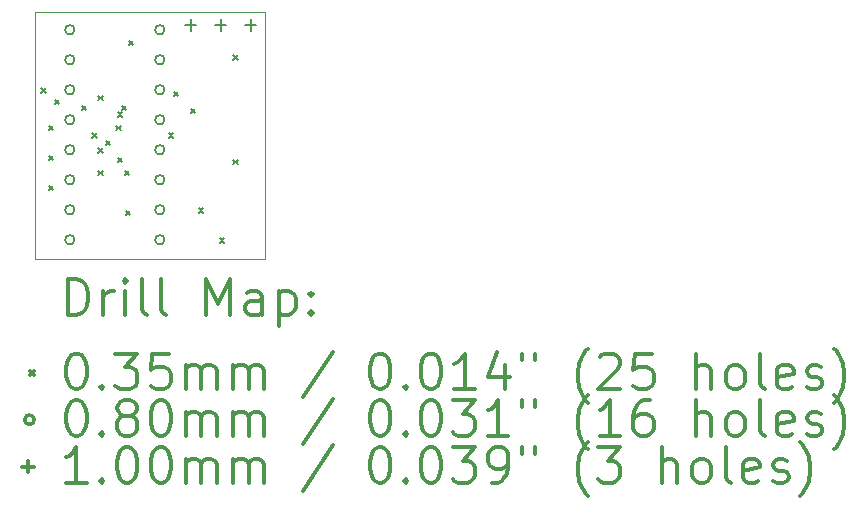
<source format=gbr>
%FSLAX45Y45*%
G04 Gerber Fmt 4.5, Leading zero omitted, Abs format (unit mm)*
G04 Created by KiCad (PCBNEW (5.1.5)-3) date 2020-06-21 14:40:13*
%MOMM*%
%LPD*%
G04 APERTURE LIST*
%TA.AperFunction,Profile*%
%ADD10C,0.050000*%
%TD*%
%ADD11C,0.200000*%
%ADD12C,0.300000*%
G04 APERTURE END LIST*
D10*
X9779000Y-8039100D02*
X9779000Y-8013700D01*
X7829550Y-8039100D02*
X9779000Y-8039100D01*
X7829550Y-8039100D02*
X7829550Y-5943600D01*
X9779000Y-5943600D02*
X9779000Y-8013700D01*
X7829550Y-5943600D02*
X9779000Y-5943600D01*
D11*
X7888250Y-6592850D02*
X7923250Y-6627850D01*
X7923250Y-6592850D02*
X7888250Y-6627850D01*
X7951750Y-6910350D02*
X7986750Y-6945350D01*
X7986750Y-6910350D02*
X7951750Y-6945350D01*
X7951750Y-7164350D02*
X7986750Y-7199350D01*
X7986750Y-7164350D02*
X7951750Y-7199350D01*
X7951750Y-7418350D02*
X7986750Y-7453350D01*
X7986750Y-7418350D02*
X7951750Y-7453350D01*
X8002550Y-6688100D02*
X8037550Y-6723100D01*
X8037550Y-6688100D02*
X8002550Y-6723100D01*
X8231150Y-6738900D02*
X8266150Y-6773900D01*
X8266150Y-6738900D02*
X8231150Y-6773900D01*
X8320050Y-6973850D02*
X8355050Y-7008850D01*
X8355050Y-6973850D02*
X8320050Y-7008850D01*
X8370850Y-6656350D02*
X8405850Y-6691350D01*
X8405850Y-6656350D02*
X8370850Y-6691350D01*
X8370850Y-7100850D02*
X8405850Y-7135850D01*
X8405850Y-7100850D02*
X8370850Y-7135850D01*
X8370850Y-7291350D02*
X8405850Y-7326350D01*
X8405850Y-7291350D02*
X8370850Y-7326350D01*
X8434350Y-7037350D02*
X8469350Y-7072350D01*
X8469350Y-7037350D02*
X8434350Y-7072350D01*
X8523250Y-6910350D02*
X8558250Y-6945350D01*
X8558250Y-6910350D02*
X8523250Y-6945350D01*
X8535950Y-6796050D02*
X8570950Y-6831050D01*
X8570950Y-6796050D02*
X8535950Y-6831050D01*
X8535950Y-7183400D02*
X8570950Y-7218400D01*
X8570950Y-7183400D02*
X8535950Y-7218400D01*
X8567700Y-6738900D02*
X8602700Y-6773900D01*
X8602700Y-6738900D02*
X8567700Y-6773900D01*
X8593100Y-7291350D02*
X8628100Y-7326350D01*
X8628100Y-7291350D02*
X8593100Y-7326350D01*
X8605800Y-7627900D02*
X8640800Y-7662900D01*
X8640800Y-7627900D02*
X8605800Y-7662900D01*
X8631200Y-6192800D02*
X8666200Y-6227800D01*
X8666200Y-6192800D02*
X8631200Y-6227800D01*
X8967750Y-6973850D02*
X9002750Y-7008850D01*
X9002750Y-6973850D02*
X8967750Y-7008850D01*
X9012200Y-6624600D02*
X9047200Y-6659600D01*
X9047200Y-6624600D02*
X9012200Y-6659600D01*
X9155075Y-6767475D02*
X9190075Y-6802475D01*
X9190075Y-6767475D02*
X9155075Y-6802475D01*
X9221750Y-7608850D02*
X9256750Y-7643850D01*
X9256750Y-7608850D02*
X9221750Y-7643850D01*
X9399550Y-7862850D02*
X9434550Y-7897850D01*
X9434550Y-7862850D02*
X9399550Y-7897850D01*
X9513850Y-6313450D02*
X9548850Y-6348450D01*
X9548850Y-6313450D02*
X9513850Y-6348450D01*
X9513850Y-7196100D02*
X9548850Y-7231100D01*
X9548850Y-7196100D02*
X9513850Y-7231100D01*
X8168000Y-6096000D02*
G75*
G03X8168000Y-6096000I-40000J0D01*
G01*
X8168000Y-6350000D02*
G75*
G03X8168000Y-6350000I-40000J0D01*
G01*
X8168000Y-6604000D02*
G75*
G03X8168000Y-6604000I-40000J0D01*
G01*
X8168000Y-6858000D02*
G75*
G03X8168000Y-6858000I-40000J0D01*
G01*
X8168000Y-7112000D02*
G75*
G03X8168000Y-7112000I-40000J0D01*
G01*
X8168000Y-7366000D02*
G75*
G03X8168000Y-7366000I-40000J0D01*
G01*
X8168000Y-7620000D02*
G75*
G03X8168000Y-7620000I-40000J0D01*
G01*
X8168000Y-7874000D02*
G75*
G03X8168000Y-7874000I-40000J0D01*
G01*
X8930000Y-6096000D02*
G75*
G03X8930000Y-6096000I-40000J0D01*
G01*
X8930000Y-6350000D02*
G75*
G03X8930000Y-6350000I-40000J0D01*
G01*
X8930000Y-6604000D02*
G75*
G03X8930000Y-6604000I-40000J0D01*
G01*
X8930000Y-6858000D02*
G75*
G03X8930000Y-6858000I-40000J0D01*
G01*
X8930000Y-7112000D02*
G75*
G03X8930000Y-7112000I-40000J0D01*
G01*
X8930000Y-7366000D02*
G75*
G03X8930000Y-7366000I-40000J0D01*
G01*
X8930000Y-7620000D02*
G75*
G03X8930000Y-7620000I-40000J0D01*
G01*
X8930000Y-7874000D02*
G75*
G03X8930000Y-7874000I-40000J0D01*
G01*
X9150350Y-6007900D02*
X9150350Y-6107900D01*
X9100350Y-6057900D02*
X9200350Y-6057900D01*
X9404350Y-6007900D02*
X9404350Y-6107900D01*
X9354350Y-6057900D02*
X9454350Y-6057900D01*
X9658350Y-6007900D02*
X9658350Y-6107900D01*
X9608350Y-6057900D02*
X9708350Y-6057900D01*
D12*
X8113478Y-8507314D02*
X8113478Y-8207314D01*
X8184907Y-8207314D01*
X8227764Y-8221600D01*
X8256336Y-8250171D01*
X8270621Y-8278743D01*
X8284907Y-8335886D01*
X8284907Y-8378743D01*
X8270621Y-8435886D01*
X8256336Y-8464457D01*
X8227764Y-8493029D01*
X8184907Y-8507314D01*
X8113478Y-8507314D01*
X8413478Y-8507314D02*
X8413478Y-8307314D01*
X8413478Y-8364457D02*
X8427764Y-8335886D01*
X8442050Y-8321600D01*
X8470621Y-8307314D01*
X8499193Y-8307314D01*
X8599193Y-8507314D02*
X8599193Y-8307314D01*
X8599193Y-8207314D02*
X8584907Y-8221600D01*
X8599193Y-8235886D01*
X8613478Y-8221600D01*
X8599193Y-8207314D01*
X8599193Y-8235886D01*
X8784907Y-8507314D02*
X8756336Y-8493029D01*
X8742050Y-8464457D01*
X8742050Y-8207314D01*
X8942050Y-8507314D02*
X8913478Y-8493029D01*
X8899193Y-8464457D01*
X8899193Y-8207314D01*
X9284907Y-8507314D02*
X9284907Y-8207314D01*
X9384907Y-8421600D01*
X9484907Y-8207314D01*
X9484907Y-8507314D01*
X9756336Y-8507314D02*
X9756336Y-8350171D01*
X9742050Y-8321600D01*
X9713478Y-8307314D01*
X9656336Y-8307314D01*
X9627764Y-8321600D01*
X9756336Y-8493029D02*
X9727764Y-8507314D01*
X9656336Y-8507314D01*
X9627764Y-8493029D01*
X9613478Y-8464457D01*
X9613478Y-8435886D01*
X9627764Y-8407314D01*
X9656336Y-8393029D01*
X9727764Y-8393029D01*
X9756336Y-8378743D01*
X9899193Y-8307314D02*
X9899193Y-8607314D01*
X9899193Y-8321600D02*
X9927764Y-8307314D01*
X9984907Y-8307314D01*
X10013478Y-8321600D01*
X10027764Y-8335886D01*
X10042050Y-8364457D01*
X10042050Y-8450172D01*
X10027764Y-8478743D01*
X10013478Y-8493029D01*
X9984907Y-8507314D01*
X9927764Y-8507314D01*
X9899193Y-8493029D01*
X10170621Y-8478743D02*
X10184907Y-8493029D01*
X10170621Y-8507314D01*
X10156336Y-8493029D01*
X10170621Y-8478743D01*
X10170621Y-8507314D01*
X10170621Y-8321600D02*
X10184907Y-8335886D01*
X10170621Y-8350171D01*
X10156336Y-8335886D01*
X10170621Y-8321600D01*
X10170621Y-8350171D01*
X7792050Y-8984100D02*
X7827050Y-9019100D01*
X7827050Y-8984100D02*
X7792050Y-9019100D01*
X8170621Y-8837314D02*
X8199193Y-8837314D01*
X8227764Y-8851600D01*
X8242050Y-8865886D01*
X8256336Y-8894457D01*
X8270621Y-8951600D01*
X8270621Y-9023029D01*
X8256336Y-9080172D01*
X8242050Y-9108743D01*
X8227764Y-9123029D01*
X8199193Y-9137314D01*
X8170621Y-9137314D01*
X8142050Y-9123029D01*
X8127764Y-9108743D01*
X8113478Y-9080172D01*
X8099193Y-9023029D01*
X8099193Y-8951600D01*
X8113478Y-8894457D01*
X8127764Y-8865886D01*
X8142050Y-8851600D01*
X8170621Y-8837314D01*
X8399193Y-9108743D02*
X8413478Y-9123029D01*
X8399193Y-9137314D01*
X8384907Y-9123029D01*
X8399193Y-9108743D01*
X8399193Y-9137314D01*
X8513478Y-8837314D02*
X8699193Y-8837314D01*
X8599193Y-8951600D01*
X8642050Y-8951600D01*
X8670621Y-8965886D01*
X8684907Y-8980172D01*
X8699193Y-9008743D01*
X8699193Y-9080172D01*
X8684907Y-9108743D01*
X8670621Y-9123029D01*
X8642050Y-9137314D01*
X8556336Y-9137314D01*
X8527764Y-9123029D01*
X8513478Y-9108743D01*
X8970621Y-8837314D02*
X8827764Y-8837314D01*
X8813478Y-8980172D01*
X8827764Y-8965886D01*
X8856336Y-8951600D01*
X8927764Y-8951600D01*
X8956336Y-8965886D01*
X8970621Y-8980172D01*
X8984907Y-9008743D01*
X8984907Y-9080172D01*
X8970621Y-9108743D01*
X8956336Y-9123029D01*
X8927764Y-9137314D01*
X8856336Y-9137314D01*
X8827764Y-9123029D01*
X8813478Y-9108743D01*
X9113478Y-9137314D02*
X9113478Y-8937314D01*
X9113478Y-8965886D02*
X9127764Y-8951600D01*
X9156336Y-8937314D01*
X9199193Y-8937314D01*
X9227764Y-8951600D01*
X9242050Y-8980172D01*
X9242050Y-9137314D01*
X9242050Y-8980172D02*
X9256336Y-8951600D01*
X9284907Y-8937314D01*
X9327764Y-8937314D01*
X9356336Y-8951600D01*
X9370621Y-8980172D01*
X9370621Y-9137314D01*
X9513478Y-9137314D02*
X9513478Y-8937314D01*
X9513478Y-8965886D02*
X9527764Y-8951600D01*
X9556336Y-8937314D01*
X9599193Y-8937314D01*
X9627764Y-8951600D01*
X9642050Y-8980172D01*
X9642050Y-9137314D01*
X9642050Y-8980172D02*
X9656336Y-8951600D01*
X9684907Y-8937314D01*
X9727764Y-8937314D01*
X9756336Y-8951600D01*
X9770621Y-8980172D01*
X9770621Y-9137314D01*
X10356336Y-8823029D02*
X10099193Y-9208743D01*
X10742050Y-8837314D02*
X10770621Y-8837314D01*
X10799193Y-8851600D01*
X10813478Y-8865886D01*
X10827764Y-8894457D01*
X10842050Y-8951600D01*
X10842050Y-9023029D01*
X10827764Y-9080172D01*
X10813478Y-9108743D01*
X10799193Y-9123029D01*
X10770621Y-9137314D01*
X10742050Y-9137314D01*
X10713478Y-9123029D01*
X10699193Y-9108743D01*
X10684907Y-9080172D01*
X10670621Y-9023029D01*
X10670621Y-8951600D01*
X10684907Y-8894457D01*
X10699193Y-8865886D01*
X10713478Y-8851600D01*
X10742050Y-8837314D01*
X10970621Y-9108743D02*
X10984907Y-9123029D01*
X10970621Y-9137314D01*
X10956336Y-9123029D01*
X10970621Y-9108743D01*
X10970621Y-9137314D01*
X11170621Y-8837314D02*
X11199193Y-8837314D01*
X11227764Y-8851600D01*
X11242050Y-8865886D01*
X11256336Y-8894457D01*
X11270621Y-8951600D01*
X11270621Y-9023029D01*
X11256336Y-9080172D01*
X11242050Y-9108743D01*
X11227764Y-9123029D01*
X11199193Y-9137314D01*
X11170621Y-9137314D01*
X11142050Y-9123029D01*
X11127764Y-9108743D01*
X11113478Y-9080172D01*
X11099193Y-9023029D01*
X11099193Y-8951600D01*
X11113478Y-8894457D01*
X11127764Y-8865886D01*
X11142050Y-8851600D01*
X11170621Y-8837314D01*
X11556336Y-9137314D02*
X11384907Y-9137314D01*
X11470621Y-9137314D02*
X11470621Y-8837314D01*
X11442050Y-8880172D01*
X11413478Y-8908743D01*
X11384907Y-8923029D01*
X11813478Y-8937314D02*
X11813478Y-9137314D01*
X11742050Y-8823029D02*
X11670621Y-9037314D01*
X11856336Y-9037314D01*
X11956336Y-8837314D02*
X11956336Y-8894457D01*
X12070621Y-8837314D02*
X12070621Y-8894457D01*
X12513478Y-9251600D02*
X12499193Y-9237314D01*
X12470621Y-9194457D01*
X12456336Y-9165886D01*
X12442050Y-9123029D01*
X12427764Y-9051600D01*
X12427764Y-8994457D01*
X12442050Y-8923029D01*
X12456336Y-8880172D01*
X12470621Y-8851600D01*
X12499193Y-8808743D01*
X12513478Y-8794457D01*
X12613478Y-8865886D02*
X12627764Y-8851600D01*
X12656336Y-8837314D01*
X12727764Y-8837314D01*
X12756336Y-8851600D01*
X12770621Y-8865886D01*
X12784907Y-8894457D01*
X12784907Y-8923029D01*
X12770621Y-8965886D01*
X12599193Y-9137314D01*
X12784907Y-9137314D01*
X13056336Y-8837314D02*
X12913478Y-8837314D01*
X12899193Y-8980172D01*
X12913478Y-8965886D01*
X12942050Y-8951600D01*
X13013478Y-8951600D01*
X13042050Y-8965886D01*
X13056336Y-8980172D01*
X13070621Y-9008743D01*
X13070621Y-9080172D01*
X13056336Y-9108743D01*
X13042050Y-9123029D01*
X13013478Y-9137314D01*
X12942050Y-9137314D01*
X12913478Y-9123029D01*
X12899193Y-9108743D01*
X13427764Y-9137314D02*
X13427764Y-8837314D01*
X13556336Y-9137314D02*
X13556336Y-8980172D01*
X13542050Y-8951600D01*
X13513478Y-8937314D01*
X13470621Y-8937314D01*
X13442050Y-8951600D01*
X13427764Y-8965886D01*
X13742050Y-9137314D02*
X13713478Y-9123029D01*
X13699193Y-9108743D01*
X13684907Y-9080172D01*
X13684907Y-8994457D01*
X13699193Y-8965886D01*
X13713478Y-8951600D01*
X13742050Y-8937314D01*
X13784907Y-8937314D01*
X13813478Y-8951600D01*
X13827764Y-8965886D01*
X13842050Y-8994457D01*
X13842050Y-9080172D01*
X13827764Y-9108743D01*
X13813478Y-9123029D01*
X13784907Y-9137314D01*
X13742050Y-9137314D01*
X14013478Y-9137314D02*
X13984907Y-9123029D01*
X13970621Y-9094457D01*
X13970621Y-8837314D01*
X14242050Y-9123029D02*
X14213478Y-9137314D01*
X14156336Y-9137314D01*
X14127764Y-9123029D01*
X14113478Y-9094457D01*
X14113478Y-8980172D01*
X14127764Y-8951600D01*
X14156336Y-8937314D01*
X14213478Y-8937314D01*
X14242050Y-8951600D01*
X14256336Y-8980172D01*
X14256336Y-9008743D01*
X14113478Y-9037314D01*
X14370621Y-9123029D02*
X14399193Y-9137314D01*
X14456336Y-9137314D01*
X14484907Y-9123029D01*
X14499193Y-9094457D01*
X14499193Y-9080172D01*
X14484907Y-9051600D01*
X14456336Y-9037314D01*
X14413478Y-9037314D01*
X14384907Y-9023029D01*
X14370621Y-8994457D01*
X14370621Y-8980172D01*
X14384907Y-8951600D01*
X14413478Y-8937314D01*
X14456336Y-8937314D01*
X14484907Y-8951600D01*
X14599193Y-9251600D02*
X14613478Y-9237314D01*
X14642050Y-9194457D01*
X14656336Y-9165886D01*
X14670621Y-9123029D01*
X14684907Y-9051600D01*
X14684907Y-8994457D01*
X14670621Y-8923029D01*
X14656336Y-8880172D01*
X14642050Y-8851600D01*
X14613478Y-8808743D01*
X14599193Y-8794457D01*
X7827050Y-9397600D02*
G75*
G03X7827050Y-9397600I-40000J0D01*
G01*
X8170621Y-9233314D02*
X8199193Y-9233314D01*
X8227764Y-9247600D01*
X8242050Y-9261886D01*
X8256336Y-9290457D01*
X8270621Y-9347600D01*
X8270621Y-9419029D01*
X8256336Y-9476172D01*
X8242050Y-9504743D01*
X8227764Y-9519029D01*
X8199193Y-9533314D01*
X8170621Y-9533314D01*
X8142050Y-9519029D01*
X8127764Y-9504743D01*
X8113478Y-9476172D01*
X8099193Y-9419029D01*
X8099193Y-9347600D01*
X8113478Y-9290457D01*
X8127764Y-9261886D01*
X8142050Y-9247600D01*
X8170621Y-9233314D01*
X8399193Y-9504743D02*
X8413478Y-9519029D01*
X8399193Y-9533314D01*
X8384907Y-9519029D01*
X8399193Y-9504743D01*
X8399193Y-9533314D01*
X8584907Y-9361886D02*
X8556336Y-9347600D01*
X8542050Y-9333314D01*
X8527764Y-9304743D01*
X8527764Y-9290457D01*
X8542050Y-9261886D01*
X8556336Y-9247600D01*
X8584907Y-9233314D01*
X8642050Y-9233314D01*
X8670621Y-9247600D01*
X8684907Y-9261886D01*
X8699193Y-9290457D01*
X8699193Y-9304743D01*
X8684907Y-9333314D01*
X8670621Y-9347600D01*
X8642050Y-9361886D01*
X8584907Y-9361886D01*
X8556336Y-9376172D01*
X8542050Y-9390457D01*
X8527764Y-9419029D01*
X8527764Y-9476172D01*
X8542050Y-9504743D01*
X8556336Y-9519029D01*
X8584907Y-9533314D01*
X8642050Y-9533314D01*
X8670621Y-9519029D01*
X8684907Y-9504743D01*
X8699193Y-9476172D01*
X8699193Y-9419029D01*
X8684907Y-9390457D01*
X8670621Y-9376172D01*
X8642050Y-9361886D01*
X8884907Y-9233314D02*
X8913478Y-9233314D01*
X8942050Y-9247600D01*
X8956336Y-9261886D01*
X8970621Y-9290457D01*
X8984907Y-9347600D01*
X8984907Y-9419029D01*
X8970621Y-9476172D01*
X8956336Y-9504743D01*
X8942050Y-9519029D01*
X8913478Y-9533314D01*
X8884907Y-9533314D01*
X8856336Y-9519029D01*
X8842050Y-9504743D01*
X8827764Y-9476172D01*
X8813478Y-9419029D01*
X8813478Y-9347600D01*
X8827764Y-9290457D01*
X8842050Y-9261886D01*
X8856336Y-9247600D01*
X8884907Y-9233314D01*
X9113478Y-9533314D02*
X9113478Y-9333314D01*
X9113478Y-9361886D02*
X9127764Y-9347600D01*
X9156336Y-9333314D01*
X9199193Y-9333314D01*
X9227764Y-9347600D01*
X9242050Y-9376172D01*
X9242050Y-9533314D01*
X9242050Y-9376172D02*
X9256336Y-9347600D01*
X9284907Y-9333314D01*
X9327764Y-9333314D01*
X9356336Y-9347600D01*
X9370621Y-9376172D01*
X9370621Y-9533314D01*
X9513478Y-9533314D02*
X9513478Y-9333314D01*
X9513478Y-9361886D02*
X9527764Y-9347600D01*
X9556336Y-9333314D01*
X9599193Y-9333314D01*
X9627764Y-9347600D01*
X9642050Y-9376172D01*
X9642050Y-9533314D01*
X9642050Y-9376172D02*
X9656336Y-9347600D01*
X9684907Y-9333314D01*
X9727764Y-9333314D01*
X9756336Y-9347600D01*
X9770621Y-9376172D01*
X9770621Y-9533314D01*
X10356336Y-9219029D02*
X10099193Y-9604743D01*
X10742050Y-9233314D02*
X10770621Y-9233314D01*
X10799193Y-9247600D01*
X10813478Y-9261886D01*
X10827764Y-9290457D01*
X10842050Y-9347600D01*
X10842050Y-9419029D01*
X10827764Y-9476172D01*
X10813478Y-9504743D01*
X10799193Y-9519029D01*
X10770621Y-9533314D01*
X10742050Y-9533314D01*
X10713478Y-9519029D01*
X10699193Y-9504743D01*
X10684907Y-9476172D01*
X10670621Y-9419029D01*
X10670621Y-9347600D01*
X10684907Y-9290457D01*
X10699193Y-9261886D01*
X10713478Y-9247600D01*
X10742050Y-9233314D01*
X10970621Y-9504743D02*
X10984907Y-9519029D01*
X10970621Y-9533314D01*
X10956336Y-9519029D01*
X10970621Y-9504743D01*
X10970621Y-9533314D01*
X11170621Y-9233314D02*
X11199193Y-9233314D01*
X11227764Y-9247600D01*
X11242050Y-9261886D01*
X11256336Y-9290457D01*
X11270621Y-9347600D01*
X11270621Y-9419029D01*
X11256336Y-9476172D01*
X11242050Y-9504743D01*
X11227764Y-9519029D01*
X11199193Y-9533314D01*
X11170621Y-9533314D01*
X11142050Y-9519029D01*
X11127764Y-9504743D01*
X11113478Y-9476172D01*
X11099193Y-9419029D01*
X11099193Y-9347600D01*
X11113478Y-9290457D01*
X11127764Y-9261886D01*
X11142050Y-9247600D01*
X11170621Y-9233314D01*
X11370621Y-9233314D02*
X11556336Y-9233314D01*
X11456336Y-9347600D01*
X11499193Y-9347600D01*
X11527764Y-9361886D01*
X11542050Y-9376172D01*
X11556336Y-9404743D01*
X11556336Y-9476172D01*
X11542050Y-9504743D01*
X11527764Y-9519029D01*
X11499193Y-9533314D01*
X11413478Y-9533314D01*
X11384907Y-9519029D01*
X11370621Y-9504743D01*
X11842050Y-9533314D02*
X11670621Y-9533314D01*
X11756336Y-9533314D02*
X11756336Y-9233314D01*
X11727764Y-9276172D01*
X11699193Y-9304743D01*
X11670621Y-9319029D01*
X11956336Y-9233314D02*
X11956336Y-9290457D01*
X12070621Y-9233314D02*
X12070621Y-9290457D01*
X12513478Y-9647600D02*
X12499193Y-9633314D01*
X12470621Y-9590457D01*
X12456336Y-9561886D01*
X12442050Y-9519029D01*
X12427764Y-9447600D01*
X12427764Y-9390457D01*
X12442050Y-9319029D01*
X12456336Y-9276172D01*
X12470621Y-9247600D01*
X12499193Y-9204743D01*
X12513478Y-9190457D01*
X12784907Y-9533314D02*
X12613478Y-9533314D01*
X12699193Y-9533314D02*
X12699193Y-9233314D01*
X12670621Y-9276172D01*
X12642050Y-9304743D01*
X12613478Y-9319029D01*
X13042050Y-9233314D02*
X12984907Y-9233314D01*
X12956336Y-9247600D01*
X12942050Y-9261886D01*
X12913478Y-9304743D01*
X12899193Y-9361886D01*
X12899193Y-9476172D01*
X12913478Y-9504743D01*
X12927764Y-9519029D01*
X12956336Y-9533314D01*
X13013478Y-9533314D01*
X13042050Y-9519029D01*
X13056336Y-9504743D01*
X13070621Y-9476172D01*
X13070621Y-9404743D01*
X13056336Y-9376172D01*
X13042050Y-9361886D01*
X13013478Y-9347600D01*
X12956336Y-9347600D01*
X12927764Y-9361886D01*
X12913478Y-9376172D01*
X12899193Y-9404743D01*
X13427764Y-9533314D02*
X13427764Y-9233314D01*
X13556336Y-9533314D02*
X13556336Y-9376172D01*
X13542050Y-9347600D01*
X13513478Y-9333314D01*
X13470621Y-9333314D01*
X13442050Y-9347600D01*
X13427764Y-9361886D01*
X13742050Y-9533314D02*
X13713478Y-9519029D01*
X13699193Y-9504743D01*
X13684907Y-9476172D01*
X13684907Y-9390457D01*
X13699193Y-9361886D01*
X13713478Y-9347600D01*
X13742050Y-9333314D01*
X13784907Y-9333314D01*
X13813478Y-9347600D01*
X13827764Y-9361886D01*
X13842050Y-9390457D01*
X13842050Y-9476172D01*
X13827764Y-9504743D01*
X13813478Y-9519029D01*
X13784907Y-9533314D01*
X13742050Y-9533314D01*
X14013478Y-9533314D02*
X13984907Y-9519029D01*
X13970621Y-9490457D01*
X13970621Y-9233314D01*
X14242050Y-9519029D02*
X14213478Y-9533314D01*
X14156336Y-9533314D01*
X14127764Y-9519029D01*
X14113478Y-9490457D01*
X14113478Y-9376172D01*
X14127764Y-9347600D01*
X14156336Y-9333314D01*
X14213478Y-9333314D01*
X14242050Y-9347600D01*
X14256336Y-9376172D01*
X14256336Y-9404743D01*
X14113478Y-9433314D01*
X14370621Y-9519029D02*
X14399193Y-9533314D01*
X14456336Y-9533314D01*
X14484907Y-9519029D01*
X14499193Y-9490457D01*
X14499193Y-9476172D01*
X14484907Y-9447600D01*
X14456336Y-9433314D01*
X14413478Y-9433314D01*
X14384907Y-9419029D01*
X14370621Y-9390457D01*
X14370621Y-9376172D01*
X14384907Y-9347600D01*
X14413478Y-9333314D01*
X14456336Y-9333314D01*
X14484907Y-9347600D01*
X14599193Y-9647600D02*
X14613478Y-9633314D01*
X14642050Y-9590457D01*
X14656336Y-9561886D01*
X14670621Y-9519029D01*
X14684907Y-9447600D01*
X14684907Y-9390457D01*
X14670621Y-9319029D01*
X14656336Y-9276172D01*
X14642050Y-9247600D01*
X14613478Y-9204743D01*
X14599193Y-9190457D01*
X7777050Y-9743600D02*
X7777050Y-9843600D01*
X7727050Y-9793600D02*
X7827050Y-9793600D01*
X8270621Y-9929314D02*
X8099193Y-9929314D01*
X8184907Y-9929314D02*
X8184907Y-9629314D01*
X8156336Y-9672172D01*
X8127764Y-9700743D01*
X8099193Y-9715029D01*
X8399193Y-9900743D02*
X8413478Y-9915029D01*
X8399193Y-9929314D01*
X8384907Y-9915029D01*
X8399193Y-9900743D01*
X8399193Y-9929314D01*
X8599193Y-9629314D02*
X8627764Y-9629314D01*
X8656336Y-9643600D01*
X8670621Y-9657886D01*
X8684907Y-9686457D01*
X8699193Y-9743600D01*
X8699193Y-9815029D01*
X8684907Y-9872172D01*
X8670621Y-9900743D01*
X8656336Y-9915029D01*
X8627764Y-9929314D01*
X8599193Y-9929314D01*
X8570621Y-9915029D01*
X8556336Y-9900743D01*
X8542050Y-9872172D01*
X8527764Y-9815029D01*
X8527764Y-9743600D01*
X8542050Y-9686457D01*
X8556336Y-9657886D01*
X8570621Y-9643600D01*
X8599193Y-9629314D01*
X8884907Y-9629314D02*
X8913478Y-9629314D01*
X8942050Y-9643600D01*
X8956336Y-9657886D01*
X8970621Y-9686457D01*
X8984907Y-9743600D01*
X8984907Y-9815029D01*
X8970621Y-9872172D01*
X8956336Y-9900743D01*
X8942050Y-9915029D01*
X8913478Y-9929314D01*
X8884907Y-9929314D01*
X8856336Y-9915029D01*
X8842050Y-9900743D01*
X8827764Y-9872172D01*
X8813478Y-9815029D01*
X8813478Y-9743600D01*
X8827764Y-9686457D01*
X8842050Y-9657886D01*
X8856336Y-9643600D01*
X8884907Y-9629314D01*
X9113478Y-9929314D02*
X9113478Y-9729314D01*
X9113478Y-9757886D02*
X9127764Y-9743600D01*
X9156336Y-9729314D01*
X9199193Y-9729314D01*
X9227764Y-9743600D01*
X9242050Y-9772172D01*
X9242050Y-9929314D01*
X9242050Y-9772172D02*
X9256336Y-9743600D01*
X9284907Y-9729314D01*
X9327764Y-9729314D01*
X9356336Y-9743600D01*
X9370621Y-9772172D01*
X9370621Y-9929314D01*
X9513478Y-9929314D02*
X9513478Y-9729314D01*
X9513478Y-9757886D02*
X9527764Y-9743600D01*
X9556336Y-9729314D01*
X9599193Y-9729314D01*
X9627764Y-9743600D01*
X9642050Y-9772172D01*
X9642050Y-9929314D01*
X9642050Y-9772172D02*
X9656336Y-9743600D01*
X9684907Y-9729314D01*
X9727764Y-9729314D01*
X9756336Y-9743600D01*
X9770621Y-9772172D01*
X9770621Y-9929314D01*
X10356336Y-9615029D02*
X10099193Y-10000743D01*
X10742050Y-9629314D02*
X10770621Y-9629314D01*
X10799193Y-9643600D01*
X10813478Y-9657886D01*
X10827764Y-9686457D01*
X10842050Y-9743600D01*
X10842050Y-9815029D01*
X10827764Y-9872172D01*
X10813478Y-9900743D01*
X10799193Y-9915029D01*
X10770621Y-9929314D01*
X10742050Y-9929314D01*
X10713478Y-9915029D01*
X10699193Y-9900743D01*
X10684907Y-9872172D01*
X10670621Y-9815029D01*
X10670621Y-9743600D01*
X10684907Y-9686457D01*
X10699193Y-9657886D01*
X10713478Y-9643600D01*
X10742050Y-9629314D01*
X10970621Y-9900743D02*
X10984907Y-9915029D01*
X10970621Y-9929314D01*
X10956336Y-9915029D01*
X10970621Y-9900743D01*
X10970621Y-9929314D01*
X11170621Y-9629314D02*
X11199193Y-9629314D01*
X11227764Y-9643600D01*
X11242050Y-9657886D01*
X11256336Y-9686457D01*
X11270621Y-9743600D01*
X11270621Y-9815029D01*
X11256336Y-9872172D01*
X11242050Y-9900743D01*
X11227764Y-9915029D01*
X11199193Y-9929314D01*
X11170621Y-9929314D01*
X11142050Y-9915029D01*
X11127764Y-9900743D01*
X11113478Y-9872172D01*
X11099193Y-9815029D01*
X11099193Y-9743600D01*
X11113478Y-9686457D01*
X11127764Y-9657886D01*
X11142050Y-9643600D01*
X11170621Y-9629314D01*
X11370621Y-9629314D02*
X11556336Y-9629314D01*
X11456336Y-9743600D01*
X11499193Y-9743600D01*
X11527764Y-9757886D01*
X11542050Y-9772172D01*
X11556336Y-9800743D01*
X11556336Y-9872172D01*
X11542050Y-9900743D01*
X11527764Y-9915029D01*
X11499193Y-9929314D01*
X11413478Y-9929314D01*
X11384907Y-9915029D01*
X11370621Y-9900743D01*
X11699193Y-9929314D02*
X11756336Y-9929314D01*
X11784907Y-9915029D01*
X11799193Y-9900743D01*
X11827764Y-9857886D01*
X11842050Y-9800743D01*
X11842050Y-9686457D01*
X11827764Y-9657886D01*
X11813478Y-9643600D01*
X11784907Y-9629314D01*
X11727764Y-9629314D01*
X11699193Y-9643600D01*
X11684907Y-9657886D01*
X11670621Y-9686457D01*
X11670621Y-9757886D01*
X11684907Y-9786457D01*
X11699193Y-9800743D01*
X11727764Y-9815029D01*
X11784907Y-9815029D01*
X11813478Y-9800743D01*
X11827764Y-9786457D01*
X11842050Y-9757886D01*
X11956336Y-9629314D02*
X11956336Y-9686457D01*
X12070621Y-9629314D02*
X12070621Y-9686457D01*
X12513478Y-10043600D02*
X12499193Y-10029314D01*
X12470621Y-9986457D01*
X12456336Y-9957886D01*
X12442050Y-9915029D01*
X12427764Y-9843600D01*
X12427764Y-9786457D01*
X12442050Y-9715029D01*
X12456336Y-9672172D01*
X12470621Y-9643600D01*
X12499193Y-9600743D01*
X12513478Y-9586457D01*
X12599193Y-9629314D02*
X12784907Y-9629314D01*
X12684907Y-9743600D01*
X12727764Y-9743600D01*
X12756336Y-9757886D01*
X12770621Y-9772172D01*
X12784907Y-9800743D01*
X12784907Y-9872172D01*
X12770621Y-9900743D01*
X12756336Y-9915029D01*
X12727764Y-9929314D01*
X12642050Y-9929314D01*
X12613478Y-9915029D01*
X12599193Y-9900743D01*
X13142050Y-9929314D02*
X13142050Y-9629314D01*
X13270621Y-9929314D02*
X13270621Y-9772172D01*
X13256336Y-9743600D01*
X13227764Y-9729314D01*
X13184907Y-9729314D01*
X13156336Y-9743600D01*
X13142050Y-9757886D01*
X13456336Y-9929314D02*
X13427764Y-9915029D01*
X13413478Y-9900743D01*
X13399193Y-9872172D01*
X13399193Y-9786457D01*
X13413478Y-9757886D01*
X13427764Y-9743600D01*
X13456336Y-9729314D01*
X13499193Y-9729314D01*
X13527764Y-9743600D01*
X13542050Y-9757886D01*
X13556336Y-9786457D01*
X13556336Y-9872172D01*
X13542050Y-9900743D01*
X13527764Y-9915029D01*
X13499193Y-9929314D01*
X13456336Y-9929314D01*
X13727764Y-9929314D02*
X13699193Y-9915029D01*
X13684907Y-9886457D01*
X13684907Y-9629314D01*
X13956336Y-9915029D02*
X13927764Y-9929314D01*
X13870621Y-9929314D01*
X13842050Y-9915029D01*
X13827764Y-9886457D01*
X13827764Y-9772172D01*
X13842050Y-9743600D01*
X13870621Y-9729314D01*
X13927764Y-9729314D01*
X13956336Y-9743600D01*
X13970621Y-9772172D01*
X13970621Y-9800743D01*
X13827764Y-9829314D01*
X14084907Y-9915029D02*
X14113478Y-9929314D01*
X14170621Y-9929314D01*
X14199193Y-9915029D01*
X14213478Y-9886457D01*
X14213478Y-9872172D01*
X14199193Y-9843600D01*
X14170621Y-9829314D01*
X14127764Y-9829314D01*
X14099193Y-9815029D01*
X14084907Y-9786457D01*
X14084907Y-9772172D01*
X14099193Y-9743600D01*
X14127764Y-9729314D01*
X14170621Y-9729314D01*
X14199193Y-9743600D01*
X14313478Y-10043600D02*
X14327764Y-10029314D01*
X14356336Y-9986457D01*
X14370621Y-9957886D01*
X14384907Y-9915029D01*
X14399193Y-9843600D01*
X14399193Y-9786457D01*
X14384907Y-9715029D01*
X14370621Y-9672172D01*
X14356336Y-9643600D01*
X14327764Y-9600743D01*
X14313478Y-9586457D01*
M02*

</source>
